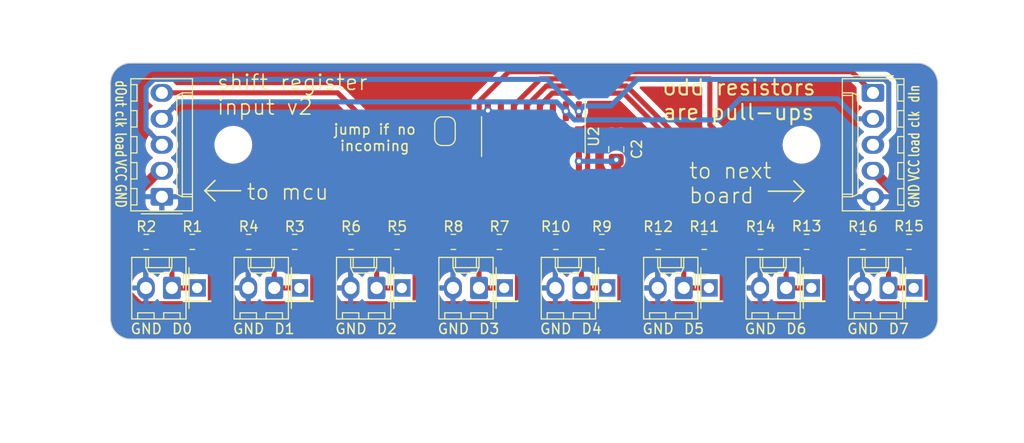
<source format=kicad_pcb>
(kicad_pcb (version 20221018) (generator pcbnew)
  (layers (0 "F.Cu" signal) (31 "B.Cu" signal) (34 "B.Paste" user) (35 "F.Paste" user) (36 "B.SilkS" user "B.Silkscreen") (37 "F.SilkS" user "F.Silkscreen") (38 "B.Mask" user) (39 "F.Mask" user) (44 "Edge.Cuts" user))
  (net 0 "")
  (net 1 "GND")
  (net 2 "VCC")
  (net 3 "D0")
  (net 4 "D1")
  (net 5 "D2")
  (net 6 "D3")
  (net 7 "D4")
  (net 8 "D5")
  (net 9 "D6")
  (net 10 "D7")
  (net 11 "load")
  (net 12 "clock")
  (net 13 "dOut")
  (net 14 "dIn")
  (footprint "Resistor_SMD:R_0805_2012Metric_Pad1.20x1.40mm_HandSolder" (layer "F.Cu") (at 133.189949 97.810051 180)
    (fp_text reference "R6" (at 0 1.5) (layer "F.SilkS"))
    (fp_text value "4.7k" hide)
    (pad "1" smd roundrect (at -1 0 180) (size 1.2 1.4) (layers "F.Cu" "F.Paste" "F.Mask") (roundrect_rratio 0.2083333333) (net 5 "D2"))
    (pad "2" smd roundrect (at 1 0 180) (size 1.2 1.4) (layers "F.Cu" "F.Paste" "F.Mask") (roundrect_rratio 0.2083333333) (net 1 "GND"))
  )
  (footprint "Resistor_SMD:R_0805_2012Metric_Pad1.20x1.40mm_HandSolder" (layer "F.Cu") (at 113.189949 97.810051 180)
    (fp_text reference "R2" (at 0 1.5) (layer "F.SilkS"))
    (fp_text value "4.7k" hide)
    (pad "1" smd roundrect (at -1 0 180) (size 1.2 1.4) (layers "F.Cu" "F.Paste" "F.Mask") (roundrect_rratio 0.2083333333) (net 3 "D0"))
    (pad "2" smd roundrect (at 1 0 180) (size 1.2 1.4) (layers "F.Cu" "F.Paste" "F.Mask") (roundrect_rratio 0.2083333333) (net 1 "GND"))
  )
  (footprint "Connector_Molex:Molex_KK-254_AE-6410-02A_1x02_P2.54mm_Vertical" (layer "F.Cu") (at 155.689949 102.310051 180)
    (fp_text reference "D12" hide)
    (fp_text value "Conn_01x02_Pin" hide)
    (pad "1" thru_hole roundrect (at 0 0 180) (size 1.74 2.19) (drill 1.19) (layers "*.Cu" "*.Mask") (roundrect_rratio 0.1436781609) (net 7 "D4"))
    (pad "2" thru_hole oval (at 2.54 0 180) (size 1.74 2.19) (drill 1.19) (layers "*.Cu" "*.Mask") (net 1 "GND"))
  )
  (footprint "Connector_Molex:Molex_KK-254_AE-6410-05A_1x05_P2.54mm_Vertical" (layer "F.Cu") (at 184.169949 83.230051 -90)
    (fp_text reference "outgoing1" hide)
    (fp_text value "Conn_01x05_Pin" hide)
    (pad "1" thru_hole roundrect (at 0 0 270) (size 1.74 2.19) (drill 1.19) (layers "*.Cu" "*.Mask") (roundrect_rratio 0.1436781609) (net 14 "dIn"))
    (pad "2" thru_hole oval (at 2.54 0 270) (size 1.74 2.19) (drill 1.19) (layers "*.Cu" "*.Mask") (net 12 "clock"))
    (pad "3" thru_hole oval (at 5.08 0 270) (size 1.74 2.19) (drill 1.19) (layers "*.Cu" "*.Mask") (net 11 "load"))
    (pad "4" thru_hole oval (at 7.62 0 270) (size 1.74 2.19) (drill 1.19) (layers "*.Cu" "*.Mask") (net 2 "VCC"))
    (pad "5" thru_hole oval (at 10.16 0 270) (size 1.74 2.19) (drill 1.19) (layers "*.Cu" "*.Mask") (net 1 "GND"))
  )
  (footprint "Connector_Molex:Molex_KK-254_AE-6410-02A_1x02_P2.54mm_Vertical" (layer "F.Cu") (at 135.689949 102.310051 180)
    (fp_text reference "D10" hide)
    (fp_text value "Conn_01x02_Pin" hide)
    (pad "1" thru_hole roundrect (at 0 0 180) (size 1.74 2.19) (drill 1.19) (layers "*.Cu" "*.Mask") (roundrect_rratio 0.1436781609) (net 5 "D2"))
    (pad "2" thru_hole oval (at 2.54 0 180) (size 1.74 2.19) (drill 1.19) (layers "*.Cu" "*.Mask") (net 1 "GND"))
  )
  (footprint "Resistor_SMD:R_0805_2012Metric_Pad1.20x1.40mm_HandSolder" (layer "F.Cu") (at 167.689949 97.810051)
    (fp_text reference "R11" (at 0 -1.5) (layer "F.SilkS"))
    (fp_text value "4.7k" hide)
    (pad "1" smd roundrect (at -1 0) (size 1.2 1.4) (layers "F.Cu" "F.Paste" "F.Mask") (roundrect_rratio 0.2083333333) (net 8 "D5"))
    (pad "2" smd roundrect (at 1 0) (size 1.2 1.4) (layers "F.Cu" "F.Paste" "F.Mask") (roundrect_rratio 0.2083333333) (net 2 "VCC"))
  )
  (footprint "Connector_Molex:Molex_KK-254_AE-6410-02A_1x02_P2.54mm_Vertical" (layer "F.Cu") (at 125.689949 102.310051 180)
    (fp_text reference "D9" hide)
    (fp_text value "Conn_01x02_Pin" hide)
    (pad "1" thru_hole roundrect (at 0 0 180) (size 1.74 2.19) (drill 1.19) (layers "*.Cu" "*.Mask") (roundrect_rratio 0.1436781609) (net 4 "D1"))
    (pad "2" thru_hole oval (at 2.54 0 180) (size 1.74 2.19) (drill 1.19) (layers "*.Cu" "*.Mask") (net 1 "GND"))
  )
  (footprint "Connector_PinHeader_2.54mm:PinHeader_1x01_P2.54mm_Vertical" (layer "F.Cu") (at 138.149949 102.310051)
    (fp_text reference "J3" hide)
    (fp_text value "Conn_01x01_Pin" hide)
    (pad "1" thru_hole rect (at 0 0) (size 1.7 1.7) (drill 1) (layers "*.Cu" "*.Mask") (net 5 "D2"))
  )
  (footprint "Connector_PinHeader_2.54mm:PinHeader_1x01_P2.54mm_Vertical" (layer "F.Cu") (at 128.149949 102.310051)
    (fp_text reference "J2" hide)
    (fp_text value "Conn_01x01_Pin" hide)
    (pad "1" thru_hole rect (at 0 0) (size 1.7 1.7) (drill 1) (layers "*.Cu" "*.Mask") (net 4 "D1"))
  )
  (footprint "Connector_Molex:Molex_KK-254_AE-6410-02A_1x02_P2.54mm_Vertical" (layer "F.Cu") (at 165.689949 102.310051 180)
    (fp_text reference "D13" hide)
    (fp_text value "Conn_01x02_Pin" hide)
    (pad "1" thru_hole roundrect (at 0 0 180) (size 1.74 2.19) (drill 1.19) (layers "*.Cu" "*.Mask") (roundrect_rratio 0.1436781609) (net 8 "D5"))
    (pad "2" thru_hole oval (at 2.54 0 180) (size 1.74 2.19) (drill 1.19) (layers "*.Cu" "*.Mask") (net 1 "GND"))
  )
  (footprint "Connector_Molex:Molex_KK-254_AE-6410-05A_1x05_P2.54mm_Vertical" (layer "F.Cu") (at 114.709949 93.390051 90)
    (fp_text reference "incoming1" hide)
    (fp_text value "Conn_01x05_Pin" hide)
    (pad "1" thru_hole roundrect (at 0 0 90) (size 1.74 2.19) (drill 1.19) (layers "*.Cu" "*.Mask") (roundrect_rratio 0.1436781609) (net 1 "GND"))
    (pad "2" thru_hole oval (at 2.54 0 90) (size 1.74 2.19) (drill 1.19) (layers "*.Cu" "*.Mask") (net 2 "VCC"))
    (pad "3" thru_hole oval (at 5.08 0 90) (size 1.74 2.19) (drill 1.19) (layers "*.Cu" "*.Mask") (net 11 "load"))
    (pad "4" thru_hole oval (at 7.62 0 90) (size 1.74 2.19) (drill 1.19) (layers "*.Cu" "*.Mask") (net 12 "clock"))
    (pad "5" thru_hole oval (at 10.16 0 90) (size 1.74 2.19) (drill 1.19) (layers "*.Cu" "*.Mask") (net 13 "dOut"))
  )
  (footprint "MountingHole:MountingHole_3.2mm_M3" (layer "F.Cu") (at 177.189949 88.310051)
    (fp_text reference "H2" hide)
    (fp_text value "MountingHole" hide)
    (pad "" np_thru_hole circle (at 0 0) (size 3.2 3.2) (drill 3.2) (layers "*.Cu" "*.Mask"))
  )
  (footprint "Connector_PinHeader_2.54mm:PinHeader_1x01_P2.54mm_Vertical" (layer "F.Cu") (at 118.149949 102.310051)
    (fp_text reference "J1" hide)
    (fp_text value "Conn_01x01_Pin" hide)
    (pad "1" thru_hole rect (at 0 0) (size 1.7 1.7) (drill 1) (layers "*.Cu" "*.Mask") (net 3 "D0"))
  )
  (footprint "Jumper:SolderJumper-2_P1.3mm_Open_RoundedPad1.0x1.5mm" (layer "F.Cu") (at 142.367 86.98 -90)
    (fp_text reference "jumpIfNoIncoming2" hide)
    (fp_text value "Conn_01x02_Pin")
    (pad "1" smd custom (at -0.65 0 270) (size 1 0.5) (layers "F.Cu" "F.Mask") (net 1 "GND") (options (clearance outline) (anchor rect)) (primitives (gr_circle (center 0 0.25) (end 0.5 0.25) (width 0) (fill yes)) (gr_circle (center 0 -0.25) (end 0.5 -0.25) (width 0) (fill yes)) (gr_poly (pts (xy 0.5 0.75) (xy 0 0.75) (xy 0 -0.75) (xy 0.5 -0.75)) (width 0) (fill yes))))
    (pad "2" smd custom (at 0.65 0 270) (size 1 0.5) (layers "F.Cu" "F.Mask") (net 14 "dIn") (options (clearance outline) (anchor rect)) (primitives (gr_circle (center 0 0.25) (end 0.5 0.25) (width 0) (fill yes)) (gr_circle (center 0 -0.25) (end 0.5 -0.25) (width 0) (fill yes)) (gr_poly (pts (xy 0 0.75) (xy -0.5 0.75) (xy -0.5 -0.75) (xy 0 -0.75)) (width 0) (fill yes))))
  )
  (footprint "Connector_Molex:Molex_KK-254_AE-6410-02A_1x02_P2.54mm_Vertical" (layer "F.Cu") (at 175.689949 102.310051 180)
    (fp_text reference "D14" hide)
    (fp_text value "Conn_01x02_Pin" hide)
    (pad "1" thru_hole roundrect (at 0 0 180) (size 1.74 2.19) (drill 1.19) (layers "*.Cu" "*.Mask") (roundrect_rratio 0.1436781609) (net 9 "D6"))
    (pad "2" thru_hole oval (at 2.54 0 180) (size 1.74 2.19) (drill 1.19) (layers "*.Cu" "*.Mask") (net 1 "GND"))
  )
  (footprint "Resistor_SMD:R_0805_2012Metric_Pad1.20x1.40mm_HandSolder" (layer "F.Cu") (at 163.189949 97.810051 180)
    (fp_text reference "R12" (at 0 1.5) (layer "F.SilkS"))
    (fp_text value "4.7k" hide)
    (pad "1" smd roundrect (at -1 0 180) (size 1.2 1.4) (layers "F.Cu" "F.Paste" "F.Mask") (roundrect_rratio 0.2083333333) (net 8 "D5"))
    (pad "2" smd roundrect (at 1 0 180) (size 1.2 1.4) (layers "F.Cu" "F.Paste" "F.Mask") (roundrect_rratio 0.2083333333) (net 1 "GND"))
  )
  (footprint "Connector_PinHeader_2.54mm:PinHeader_1x01_P2.54mm_Vertical" (layer "F.Cu") (at 178.149949 102.310051)
    (fp_text reference "J7" hide)
    (fp_text value "Conn_01x01_Pin" hide)
    (pad "1" thru_hole rect (at 0 0) (size 1.7 1.7) (drill 1) (layers "*.Cu" "*.Mask") (net 9 "D6"))
  )
  (footprint "Capacitor_SMD:C_0805_2012Metric_Pad1.18x1.45mm_HandSolder" (layer "F.Cu") (at 159.1 88.7375 90)
    (fp_text reference "C2" (at 0 2 90) (layer "F.SilkS"))
    (fp_text value "0.1uF")
    (pad "1" smd roundrect (at -1.0375 0 90) (size 1.175 1.45) (layers "F.Cu" "F.Paste" "F.Mask") (roundrect_rratio 0.2127659574) (net 2 "VCC"))
    (pad "2" smd roundrect (at 1.0375 0 90) (size 1.175 1.45) (layers "F.Cu" "F.Paste" "F.Mask") (roundrect_rratio 0.2127659574) (net 1 "GND"))
  )
  (footprint "Connector_PinHeader_2.54mm:PinHeader_1x01_P2.54mm_Vertical" (layer "F.Cu") (at 148.149949 102.310051)
    (fp_text reference "J4" hide)
    (fp_text value "Conn_01x01_Pin" hide)
    (pad "1" thru_hole rect (at 0 0) (size 1.7 1.7) (drill 1) (layers "*.Cu" "*.Mask") (net 6 "D3"))
  )
  (footprint "Resistor_SMD:R_0805_2012Metric_Pad1.20x1.40mm_HandSolder" (layer "F.Cu") (at 117.689949 97.810051)
    (fp_text reference "R1" (at 0 -1.5) (layer "F.SilkS"))
    (fp_text value "4.7k" hide)
    (pad "1" smd roundrect (at -1 0) (size 1.2 1.4) (layers "F.Cu" "F.Paste" "F.Mask") (roundrect_rratio 0.2083333333) (net 3 "D0"))
    (pad "2" smd roundrect (at 1 0) (size 1.2 1.4) (layers "F.Cu" "F.Paste" "F.Mask") (roundrect_rratio 0.2083333333) (net 2 "VCC"))
  )
  (footprint "Resistor_SMD:R_0805_2012Metric_Pad1.20x1.40mm_HandSolder" (layer "F.Cu") (at 153.189949 97.810051 180)
    (fp_text reference "R10" (at 0 1.5) (layer "F.SilkS"))
    (fp_text value "4.7k" hide)
    (pad "1" smd roundrect (at -1 0 180) (size 1.2 1.4) (layers "F.Cu" "F.Paste" "F.Mask") (roundrect_rratio 0.2083333333) (net 7 "D4"))
    (pad "2" smd roundrect (at 1 0 180) (size 1.2 1.4) (layers "F.Cu" "F.Paste" "F.Mask") (roundrect_rratio 0.2083333333) (net 1 "GND"))
  )
  (footprint "Connector_PinHeader_2.54mm:PinHeader_1x01_P2.54mm_Vertical" (layer "F.Cu") (at 188.149949 102.310051)
    (fp_text reference "J8" hide)
    (fp_text value "Conn_01x01_Pin" hide)
    (pad "1" thru_hole rect (at 0 0) (size 1.7 1.7) (drill 1) (layers "*.Cu" "*.Mask") (net 10 "D7"))
  )
  (footprint "Connector_PinHeader_2.54mm:PinHeader_1x01_P2.54mm_Vertical" (layer "F.Cu") (at 168.149949 102.310051)
    (fp_text reference "J6" hide)
    (fp_text value "Conn_01x01_Pin" hide)
    (pad "1" thru_hole rect (at 0 0) (size 1.7 1.7) (drill 1) (layers "*.Cu" "*.Mask") (net 8 "D5"))
  )
  (footprint "Resistor_SMD:R_0805_2012Metric_Pad1.20x1.40mm_HandSolder" (layer "F.Cu") (at 127.689949 97.810051)
    (fp_text reference "R3" (at 0 -1.5) (layer "F.SilkS"))
    (fp_text value "4.7k" hide)
    (pad "1" smd roundrect (at -1 0) (size 1.2 1.4) (layers "F.Cu" "F.Paste" "F.Mask") (roundrect_rratio 0.2083333333) (net 4 "D1"))
    (pad "2" smd roundrect (at 1 0) (size 1.2 1.4) (layers "F.Cu" "F.Paste" "F.Mask") (roundrect_rratio 0.2083333333) (net 2 "VCC"))
  )
  (footprint "Connector_Molex:Molex_KK-254_AE-6410-02A_1x02_P2.54mm_Vertical" (layer "F.Cu") (at 115.689949 102.310051 180)
    (fp_text reference "D8" hide)
    (fp_text value "Conn_01x02_Pin" hide)
    (pad "1" thru_hole roundrect (at 0 0 180) (size 1.74 2.19) (drill 1.19) (layers "*.Cu" "*.Mask") (roundrect_rratio 0.1436781609) (net 3 "D0"))
    (pad "2" thru_hole oval (at 2.54 0 180) (size 1.74 2.19) (drill 1.19) (layers "*.Cu" "*.Mask") (net 1 "GND"))
  )
  (footprint "Resistor_SMD:R_0805_2012Metric_Pad1.20x1.40mm_HandSolder" (layer "F.Cu") (at 147.689949 97.810051)
    (fp_text reference "R7" (at 0 -1.5) (layer "F.SilkS"))
    (fp_text value "4.7k" hide)
    (pad "1" smd roundrect (at -1 0) (size 1.2 1.4) (layers "F.Cu" "F.Paste" "F.Mask") (roundrect_rratio 0.2083333333) (net 6 "D3"))
    (pad "2" smd roundrect (at 1 0) (size 1.2 1.4) (layers "F.Cu" "F.Paste" "F.Mask") (roundrect_rratio 0.2083333333) (net 2 "VCC"))
  )
  (footprint "Resistor_SMD:R_0805_2012Metric_Pad1.20x1.40mm_HandSolder" (layer "F.Cu") (at 183.189949 97.810051 180)
    (fp_text reference "R16" (at 0 1.5) (layer "F.SilkS"))
    (fp_text value "4.7k" hide)
    (pad "1" smd roundrect (at -1 0 180) (size 1.2 1.4) (layers "F.Cu" "F.Paste" "F.Mask") (roundrect_rratio 0.2083333333) (net 10 "D7"))
    (pad "2" smd roundrect (at 1 0 180) (size 1.2 1.4) (layers "F.Cu" "F.Paste" "F.Mask") (roundrect_rratio 0.2083333333) (net 1 "GND"))
  )
  (footprint "Package_SO:SOIC-16_3.9x9.9mm_P1.27mm" (layer "F.Cu") (at 151 87.5 -90)
    (fp_text reference "U2" (at 0 -5.9 -90) (layer "F.SilkS"))
    (fp_text value "74HC165")
    (pad "1" smd roundrect (at -2.475 -4.445 270) (size 1.95 0.6) (layers "F.Cu" "F.Paste" "F.Mask") (net 11 "load"))
    (pad "2" smd roundrect (at -2.475 -3.175 270) (size 1.95 0.6) (layers "F.Cu" "F.Paste" "F.Mask") (net 12 "clock"))
    (pad "3" smd roundrect (at -2.475 -1.905 270) (size 1.95 0.6) (layers "F.Cu" "F.Paste" "F.Mask") (net 7 "D4"))
    (pad "4" smd roundrect (at -2.475 -0.635 270) (size 1.95 0.6) (layers "F.Cu" "F.Paste" "F.Mask") (net 8 "D5"))
    (pad "5" smd roundrect (at -2.475 0.635 270) (size 1.95 0.6) (layers "F.Cu" "F.Paste" "F.Mask") (net 9 "D6"))
    (pad "6" smd roundrect (at -2.475 1.905 270) (size 1.95 0.6) (layers "F.Cu" "F.Paste" "F.Mask") (net 10 "D7"))
    (pad "7" smd roundrect (at -2.475 3.175 270) (size 1.95 0.6) (layers "F.Cu" "F.Paste" "F.Mask"))
    (pad "8" smd roundrect (at -2.475 4.445 270) (size 1.95 0.6) (layers "F.Cu" "F.Paste" "F.Mask") (net 1 "GND"))
    (pad "9" smd roundrect (at 2.475 4.445 270) (size 1.95 0.6) (layers "F.Cu" "F.Paste" "F.Mask") (net 13 "dOut"))
    (pad "10" smd roundrect (at 2.475 3.175 270) (size 1.95 0.6) (layers "F.Cu" "F.Paste" "F.Mask") (net 14 "dIn"))
    (pad "11" smd roundrect (at 2.475 1.905 270) (size 1.95 0.6) (layers "F.Cu" "F.Paste" "F.Mask") (net 3 "D0"))
    (pad "12" smd roundrect (at 2.475 0.635 270) (size 1.95 0.6) (layers "F.Cu" "F.Paste" "F.Mask") (net 4 "D1"))
    (pad "13" smd roundrect (at 2.475 -0.635 270) (size 1.95 0.6) (layers "F.Cu" "F.Paste" "F.Mask") (net 5 "D2"))
    (pad "14" smd roundrect (at 2.475 -1.905 270) (size 1.95 0.6) (layers "F.Cu" "F.Paste" "F.Mask") (net 6 "D3"))
    (pad "15" smd roundrect (at 2.475 -3.175 270) (size 1.95 0.6) (layers "F.Cu" "F.Paste" "F.Mask") (net 1 "GND"))
    (pad "16" smd roundrect (at 2.475 -4.445 270) (size 1.95 0.6) (layers "F.Cu" "F.Paste" "F.Mask") (net 2 "VCC"))
  )
  (footprint "Resistor_SMD:R_0805_2012Metric_Pad1.20x1.40mm_HandSolder" (layer "F.Cu") (at 123.189949 97.810051 180)
    (fp_text reference "R4" (at 0 1.5) (layer "F.SilkS"))
    (fp_text value "4.7k" hide)
    (pad "1" smd roundrect (at -1 0 180) (size 1.2 1.4) (layers "F.Cu" "F.Paste" "F.Mask") (roundrect_rratio 0.2083333333) (net 4 "D1"))
    (pad "2" smd roundrect (at 1 0 180) (size 1.2 1.4) (layers "F.Cu" "F.Paste" "F.Mask") (roundrect_rratio 0.2083333333) (net 1 "GND"))
  )
  (footprint "Resistor_SMD:R_0805_2012Metric_Pad1.20x1.40mm_HandSolder" (layer "F.Cu") (at 137.689949 97.810051)
    (fp_text reference "R5" (at 0 -1.5) (layer "F.SilkS"))
    (fp_text value "4.7k" hide)
    (pad "1" smd roundrect (at -1 0) (size 1.2 1.4) (layers "F.Cu" "F.Paste" "F.Mask") (roundrect_rratio 0.2083333333) (net 5 "D2"))
    (pad "2" smd roundrect (at 1 0) (size 1.2 1.4) (layers "F.Cu" "F.Paste" "F.Mask") (roundrect_rratio 0.2083333333) (net 2 "VCC"))
  )
  (footprint "Resistor_SMD:R_0805_2012Metric_Pad1.20x1.40mm_HandSolder" (layer "F.Cu") (at 173.189949 97.810051 180)
    (fp_text reference "R14" (at 0 1.5) (layer "F.SilkS"))
    (fp_text value "4.7k" hide)
    (pad "1" smd roundrect (at -1 0 180) (size 1.2 1.4) (layers "F.Cu" "F.Paste" "F.Mask") (roundrect_rratio 0.2083333333) (net 9 "D6"))
    (pad "2" smd roundrect (at 1 0 180) (size 1.2 1.4) (layers "F.Cu" "F.Paste" "F.Mask") (roundrect_rratio 0.2083333333) (net 1 "GND"))
  )
  (footprint "Connector_Molex:Molex_KK-254_AE-6410-02A_1x02_P2.54mm_Vertical" (layer "F.Cu") (at 185.689949 102.310051 180)
    (fp_text reference "D15" hide)
    (fp_text value "Conn_01x02_Pin" hide)
    (pad "1" thru_hole roundrect (at 0 0 180) (size 1.74 2.19) (drill 1.19) (layers "*.Cu" "*.Mask") (roundrect_rratio 0.1436781609) (net 10 "D7"))
    (pad "2" thru_hole oval (at 2.54 0 180) (size 1.74 2.19) (drill 1.19) (layers "*.Cu" "*.Mask") (net 1 "GND"))
  )
  (footprint "Resistor_SMD:R_0805_2012Metric_Pad1.20x1.40mm_HandSolder" (layer "F.Cu") (at 157.689949 97.810051)
    (fp_text reference "R9" (at 0 -1.5) (layer "F.SilkS"))
    (fp_text value "4.7k")
    (pad "1" smd roundrect (at -1 0) (size 1.2 1.4) (layers "F.Cu" "F.Paste" "F.Mask") (roundrect_rratio 0.2083333333) (net 7 "D4"))
    (pad "2" smd roundrect (at 1 0) (size 1.2 1.4) (layers "F.Cu" "F.Paste" "F.Mask") (roundrect_rratio 0.2083333333) (net 2 "VCC"))
  )
  (footprint "Resistor_SMD:R_0805_2012Metric_Pad1.20x1.40mm_HandSolder" (layer "F.Cu") (at 143.189949 97.810051 180)
    (fp_text reference "R8" (at 0 1.5) (layer "F.SilkS"))
    (fp_text value "4.7k" hide)
    (pad "1" smd roundrect (at -1 0 180) (size 1.2 1.4) (layers "F.Cu" "F.Paste" "F.Mask") (roundrect_rratio 0.2083333333) (net 6 "D3"))
    (pad "2" smd roundrect (at 1 0 180) (size 1.2 1.4) (layers "F.Cu" "F.Paste" "F.Mask") (roundrect_rratio 0.2083333333) (net 1 "GND"))
  )
  (footprint "Resistor_SMD:R_0805_2012Metric_Pad1.20x1.40mm_HandSolder" (layer "F.Cu") (at 177.689949 97.810051)
    (fp_text reference "R13" (at 0 -1.55) (layer "F.SilkS"))
    (fp_text value "4.7k" hide)
    (pad "1" smd roundrect (at -1 0) (size 1.2 1.4) (layers "F.Cu" "F.Paste" "F.Mask") (roundrect_rratio 0.2083333333) (net 9 "D6"))
    (pad "2" smd roundrect (at 1 0) (size 1.2 1.4) (layers "F.Cu" "F.Paste" "F.Mask") (roundrect_rratio 0.2083333333) (net 2 "VCC"))
  )
  (footprint "Connector_Molex:Molex_KK-254_AE-6410-02A_1x02_P2.54mm_Vertical" (layer "F.Cu") (at 145.689949 102.310051 180)
    (fp_text reference "D11" hide)
    (fp_text value "Conn_01x02_Pin" hide)
    (pad "1" thru_hole roundrect (at 0 0 180) (size 1.74 2.19) (drill 1.19) (layers "*.Cu" "*.Mask") (roundrect_rratio 0.1436781609) (net 6 "D3"))
    (pad "2" thru_hole oval (at 2.54 0 180) (size 1.74 2.19) (drill 1.19) (layers "*.Cu" "*.Mask") (net 1 "GND"))
  )
  (footprint "Resistor_SMD:R_0805_2012Metric_Pad1.20x1.40mm_HandSolder" (layer "F.Cu") (at 187.689949 97.810051)
    (fp_text reference "R15" (at 0 -1.55) (layer "F.SilkS"))
    (fp_text value "4.7k" hide)
    (pad "1" smd roundrect (at -1 0) (size 1.2 1.4) (layers "F.Cu" "F.Paste" "F.Mask") (roundrect_rratio 0.2083333333) (net 10 "D7"))
    (pad "2" smd roundrect (at 1 0) (size 1.2 1.4) (layers "F.Cu" "F.Paste" "F.Mask") (roundrect_rratio 0.2083333333) (net 2 "VCC"))
  )
  (footprint "MountingHole:MountingHole_3.2mm_M3" (layer "F.Cu") (at 121.689949 88.310051)
    (fp_text reference "H1" hide)
    (fp_text value "MountingHole" hide)
    (pad "" np_thru_hole circle (at 0 0) (size 3.2 3.2) (drill 3.2) (layers "*.Cu" "*.Mask"))
  )
  (footprint "Connector_PinHeader_2.54mm:PinHeader_1x01_P2.54mm_Vertical" (layer "F.Cu") (at 158.149949 102.310051)
    (fp_text reference "J5" hide)
    (fp_text value "Conn_01x01_Pin" hide)
    (pad "1" thru_hole rect (at 0 0) (size 1.7 1.7) (drill 1) (layers "*.Cu" "*.Mask") (net 7 "D4"))
  )
  (gr_line (start 118.9 92.8) (end 119.9 93.8) (stroke (width 0.15)) (layer "F.SilkS"))
  (gr_line (start 177.45 92.85) (end 176.45 91.85) (stroke (width 0.15)) (layer "F.SilkS"))
  (gr_line (start 173.95 92.85) (end 177.45 92.85) (stroke (width 0.15)) (layer "F.SilkS"))
  (gr_line (start 177.45 92.85) (end 176.45 93.85) (stroke (width 0.15)) (layer "F.SilkS"))
  (gr_line (start 122.4 92.8) (end 118.9 92.8) (stroke (width 0.15)) (layer "F.SilkS"))
  (gr_line (start 118.9 92.8) (end 119.9 91.8) (stroke (width 0.15)) (layer "F.SilkS"))
  (gr_arc (start 190.5 105.310051) (mid 189.914214 106.724265) (end 188.5 107.310051) (stroke (width 0.1)) (layer "Edge.Cuts"))
  (gr_arc (start 111.689949 107.31005) (mid 110.275736 106.724264) (end 109.68995 105.310051) (stroke (width 0.1)) (layer "Edge.Cuts"))
  (gr_line (start 111.689949 107.31005) (end 188.5 107.310051) (stroke (width 0.1)) (layer "Edge.Cuts"))
  (gr_arc (start 188.5 80.310051) (mid 189.914214 80.895837) (end 190.5 82.310051) (stroke (width 0.1)) (layer "Edge.Cuts"))
  (gr_arc (start 109.689949 82.310051) (mid 110.275735 80.895837) (end 111.689949 80.310051) (stroke (width 0.1)) (layer "Edge.Cuts"))
  (gr_line (start 188.5 80.310051) (end 111.689949 80.310051) (stroke (width 0.1)) (layer "Edge.Cuts"))
  (gr_line (start 109.689949 82.310051) (end 109.689949 105.310051) (stroke (width 0.1)) (layer "Edge.Cuts"))
  (gr_line (start 190.5 105.310051) (end 190.5 82.310051) (stroke (width 0.1)) (layer "Edge.Cuts"))
  (gr_text "dOut" (at 110.689949 83.310051 270) (layer "F.SilkS") (effects (font (size 1 0.75))))
  (gr_text "dIn" (at 188.189949 83.310051 90) (layer "F.SilkS") (effects (font (size 1 0.75))))
  (gr_text "GND" (at 173.189949 106.310051) (layer "F.SilkS") (effects (font (size 1 1))))
  (gr_text "GND" (at 123.189949 106.310051) (layer "F.SilkS") (effects (font (size 1 1))))
  (gr_text "clk" (at 188.189949 85.810051 90) (layer "F.SilkS") (effects (font (size 1 0.75))))
  (gr_text "GND" (at 188.189949 93.310051 90) (layer "F.SilkS") (effects (font (size 1 0.75))))
  (gr_text "D7" (at 186.689949 106.310051) (layer "F.SilkS") (effects (font (size 1 1))))
  (gr_text "to mcu" (at 122.9 93.8) (layer "F.SilkS") (effects (font (size 1.5 1.5)) (justify left bottom)))
  (gr_text "D2" (at 136.689949 106.310051) (layer "F.SilkS") (effects (font (size 1 1))))
  (gr_text "D6" (at 176.689949 106.310051) (layer "F.SilkS") (effects (font (size 1 1))))
  (gr_text "D3" (at 146.689949 106.310051) (layer "F.SilkS") (effects (font (size 1 1))))
  (gr_text "to next\nboard" (at 166.1 94.15) (layer "F.SilkS") (effects (font (size 1.5 1.5)) (justify left bottom)))
  (gr_text "GND" (at 110.689949 93.310051 270) (layer "F.SilkS") (effects (font (size 1 0.75))))
  (gr_text "VCC" (at 188.189949 90.810051 90) (layer "F.SilkS") (effects (font (size 1 0.75))))
  (gr_text "VCC" (at 110.689949 90.810051 270) (layer "F.SilkS") (effects (font (size 1 0.75))))
  (gr_text "D0" (at 116.689949 106.310051) (layer "F.SilkS") (effects (font (size 1 1))))
  (gr_text "D1" (at 126.689949 106.310051) (layer "F.SilkS") (effects (font (size 1 1))))
  (gr_text "GND" (at 143.189949 106.310051) (layer "F.SilkS") (effects (font (size 1 1))))
  (gr_text "GND" (at 153.189949 106.310051) (layer "F.SilkS") (effects (font (size 1 1))))
  (gr_text "odd resistors\nare pull-ups" (at 163.5 86) (layer "F.SilkS") (effects (font (size 1.5 1.5) (thickness 0.2)) (justify left bottom)))
  (gr_text "GND" (at 163.189949 106.310051) (layer "F.SilkS") (effects (font (size 1 1))))
  (gr_text "GND" (at 113.189949 106.310051) (layer "F.SilkS") (effects (font (size 1 1))))
  (gr_text "D4" (at 156.689949 106.310051) (layer "F.SilkS") (effects (font (size 1 1))))
  (gr_text "load" (at 188.189949 88.310051 90) (layer "F.SilkS") (effects (font (size 1 0.75))))
  (gr_text "GND" (at 183.189949 106.310051) (layer "F.SilkS") (effects (font (size 1 1))))
  (gr_text "clk" (at 110.689949 85.810051 270) (layer "F.SilkS") (effects (font (size 1 0.75))))
  (gr_text "GND" (at 133.189949 106.310051) (layer "F.SilkS") (effects (font (size 1 1))))
  (gr_text "D5" (at 166.689949 106.310051) (layer "F.SilkS") (effects (font (size 1 1))))
  (gr_text "shift register\ninput v2" (at 120 85.5) (layer "F.SilkS") (effects (font (size 1.5 1.5)) (justify left bottom)))
  (gr_text "jump if no\nincoming" (at 135.5 89) (layer "F.SilkS") (effects (font (size 1 1)) (justify bottom)))
  (gr_text "load" (at 110.689949 88.310051 270) (layer "F.SilkS") (effects (font (size 1 0.75))))
  (segment (start 113.149949 98.770051) (end 112.189949 97.810051) (width 0.5) (layer "F.Cu") (net 1))
  (segment (start 113.149949 102.310051) (end 113.149949 98.770051) (width 0.5) (layer "F.Cu") (net 1))
  (via (at 146.558 84.963) (size 0.8) (drill 0.4) (layers "F.Cu" "B.Cu") (net 1))
  (segment (start 148.689949 97.810051) (end 149.699949 98.820051) (width 1) (layer "F.Cu") (net 2))
  (segment (start 189.699949 103.860051) (end 189.454949 104.105051) (width 1) (layer "F.Cu") (net 2))
  (segment (start 139.699949 98.820051) (end 139.699949 104.095051) (width 1) (layer "F.Cu") (net 2))
  (segment (start 119.699949 98.820051) (end 119.699949 104.095051) (width 1) (layer "F.Cu") (net 2))
  (segment (start 179.689949 104.105051) (end 169.689949 104.105051) (width 1) (layer "F.Cu") (net 2))
  (segment (start 179.699949 98.820051) (end 179.699949 104.095051) (width 1) (layer "F.Cu") (net 2))
  (segment (start 169.699949 104.095051) (end 169.689949 104.105051) (width 1) (layer "F.Cu") (net 2))
  (segment (start 159.1 89.775) (end 159.1 94.9375) (width 1) (layer "F.Cu") (net 2))
  (segment (start 189.699949 96.380051) (end 189.699949 97.810051) (width 1) (layer "F.Cu") (net 2))
  (segment (start 129.699949 104.095051) (end 129.689949 104.105051) (width 1) (layer "F.Cu") (net 2))
  (segment (start 129.689949 104.105051) (end 119.689949 104.105051) (width 1) (layer "F.Cu") (net 2))
  (segment (start 112.499634 104.105051) (end 110.689949 102.295366) (width 1) (layer "F.Cu") (net 2))
  (segment (start 169.699949 98.820051) (end 169.699949 104.095051) (width 1) (layer "F.Cu") (net 2))
  (segment (start 188.689949 97.810051) (end 189.699949 97.810051) (width 1) (layer "F.Cu") (net 2))
  (segment (start 189.699949 97.810051) (end 189.699949 103.860051) (width 1) (layer "F.Cu") (net 2))
  (segment (start 158.689949 95.347551) (end 158.689949 97.810051) (width 1) (layer "F.Cu") (net 2))
  (segment (start 184.169949 90.850051) (end 189.699949 96.380051) (width 1) (layer "F.Cu") (net 2))
  (segment (start 110.689949 94.601548) (end 114.441446 90.850051) (width 1) (layer "F.Cu") (net 2))
  (segment (start 159.699949 98.820051) (end 159.699949 104.095051) (width 1) (layer "F.Cu") (net 2))
  (segment (start 114.441446 90.850051) (end 114.709949 90.850051) (width 1) (layer "F.Cu") (net 2))
  (segment (start 129.699949 98.820051) (end 129.699949 104.095051) (width 1) (layer "F.Cu") (net 2))
  (segment (start 158.689949 97.810051) (end 159.699949 98.820051) (width 1) (layer "F.Cu") (net 2))
  (segment (start 159.699949 104.095051) (end 159.689949 104.105051) (width 1) (layer "F.Cu") (net 2))
  (segment (start 139.689949 104.105051) (end 129.689949 104.105051) (width 1) (layer "F.Cu") (net 2))
  (segment (start 189.454949 104.105051) (end 179.689949 104.105051) (width 1) (layer "F.Cu") (net 2))
  (segment (start 159.689949 104.105051) (end 149.689949 104.105051) (width 1) (layer "F.Cu") (net 2))
  (segment (start 138.689949 97.810051) (end 139.699949 98.820051) (width 1) (layer "F.Cu") (net 2))
  (segment (start 149.689949 104.105051) (end 139.689949 104.105051) (width 1) (layer "F.Cu") (net 2))
  (segment (start 139.699949 104.095051) (end 139.689949 104.105051) (width 1) (layer "F.Cu") (net 2))
  (segment (start 178.689949 97.810051) (end 179.699949 98.820051) (width 1) (layer "F.Cu") (net 2))
  (segment (start 118.689949 97.810051) (end 119.699949 98.820051) (width 1) (layer "F.Cu") (net 2))
  (segment (start 179.699949 104.095051) (end 179.689949 104.105051) (width 1) (layer "F.Cu") (net 2))
  (segment (start 149.699949 104.095051) (end 149.689949 104.105051) (width 1) (layer "F.Cu") (net 2))
  (segment (start 169.689949 104.105051) (end 159.689949 104.105051) (width 1) (layer "F.Cu") (net 2))
  (segment (start 119.699949 104.095051) (end 119.689949 104.105051) (width 1) (layer "F.Cu") (net 2))
  (segment (start 119.689949 104.105051) (end 112.499634 104.105051) (width 1) (layer "F.Cu") (net 2))
  (segment (start 159.1 94.9375) (end 158.689949 95.347551) (width 1) (layer "F.Cu") (net 2))
  (segment (start 149.699949 98.820051) (end 149.699949 104.095051) (width 1) (layer "F.Cu") (net 2))
  (segment (start 128.689949 97.810051) (end 129.699949 98.820051) (width 1) (layer "F.Cu") (net 2))
  (segment (start 168.689949 97.810051) (end 169.699949 98.820051) (width 1) (layer "F.Cu") (net 2))
  (segment (start 110.689949 102.295366) (end 110.689949 94.601548) (width 1) (layer "F.Cu") (net 2))
  (via (at 155.448 89.916) (size 0.8) (drill 0.4) (layers "F.Cu" "B.Cu") (net 2))
  (via (at 159.1 89.775) (size 0.8) (drill 0.4) (layers "F.Cu" "B.Cu") (net 2))
  (segment (start 155.448 89.916) (end 158.959 89.916) (width 0.5) (layer "B.Cu") (net 2))
  (segment (start 158.959 89.916) (end 159.1 89.775) (width 0.5) (layer "B.Cu") (net 2))
  (segment (start 149.095 90.528528) (end 149.095 89.975) (width 0.5) (layer "F.Cu") (net 3))
  (segment (start 145.323528 94.3) (end 149.095 90.528528) (width 0.5) (layer "F.Cu") (net 3))
  (segment (start 116.689949 97.810051) (end 120.2 94.3) (width 0.5) (layer "F.Cu") (net 3))
  (segment (start 114.189949 97.810051) (end 116.689949 97.810051) (width 0.5) (layer "F.Cu") (net 3))
  (segment (start 115.689949 98.810051) (end 116.689949 97.810051) (width 0.5) (layer "F.Cu") (net 3))
  (segment (start 115.689949 102.310051) (end 118.149949 102.310051) (width 0.5) (layer "F.Cu") (net 3))
  (segment (start 120.2 94.3) (end 145.323528 94.3) (width 0.5) (layer "F.Cu") (net 3))
  (segment (start 115.689949 102.310051) (end 115.689949 98.810051) (width 0.5) (layer "F.Cu") (net 3))
  (segment (start 125.689949 102.310051) (end 125.689949 98.810051) (width 0.5) (layer "F.Cu") (net 4))
  (segment (start 128.149949 102.310051) (end 125.689949 102.310051) (width 0.5) (layer "F.Cu") (net 4))
  (segment (start 125.689949 98.810051) (end 126.689949 97.810051) (width 0.5) (layer "F.Cu") (net 4))
  (segment (start 126.689949 97.810051) (end 129.5 95) (width 0.5) (layer "F.Cu") (net 4))
  (segment (start 124.189949 97.810051) (end 126.689949 97.810051) (width 0.5) (layer "F.Cu") (net 4))
  (segment (start 129.5 95) (end 145.893528 95) (width 0.5) (layer "F.Cu") (net 4))
  (segment (start 150.365 90.528528) (end 150.365 89.975) (width 0.5) (layer "F.Cu") (net 4))
  (segment (start 145.893528 95) (end 150.365 90.528528) (width 0.5) (layer "F.Cu") (net 4))
  (segment (start 151.635 91.44) (end 151.635 89.975) (width 0.5) (layer "F.Cu") (net 5))
  (segment (start 135.689949 102.310051) (end 135.689949 98.810051) (width 0.5) (layer "F.Cu") (net 5))
  (segment (start 136.689949 97.810051) (end 134.189949 97.810051) (width 0.5) (layer "F.Cu") (net 5))
  (segment (start 135.689949 98.810051) (end 136.689949 97.810051) (width 0.5) (layer "F.Cu") (net 5))
  (segment (start 147.375 95.7) (end 151.635 91.44) (width 0.5) (layer "F.Cu") (net 5))
  (segment (start 136.689949 97.810051) (end 138.8 95.7) (width 0.5) (layer "F.Cu") (net 5))
  (segment (start 138.149949 102.310051) (end 135.689949 102.310051) (width 0.5) (layer "F.Cu") (net 5))
  (segment (start 138.8 95.7) (end 147.375 95.7) (width 0.5) (layer "F.Cu") (net 5))
  (segment (start 152.905 91.595) (end 152.905 89.975) (width 0.5) (layer "F.Cu") (net 6))
  (segment (start 146.689949 97.810051) (end 144.189949 97.810051) (width 0.5) (layer "F.Cu") (net 6))
  (segment (start 148.149949 102.310051) (end 145.689949 102.310051) (width 0.5) (layer "F.Cu") (net 6))
  (segment (start 146.689949 97.810051) (end 152.905 91.595) (width 0.5) (layer "F.Cu") (net 6))
  (segment (start 145.689949 98.810051) (end 146.689949 97.810051) (width 0.5) (layer "F.Cu") (net 6))
  (segment (start 145.689949 102.310051) (end 145.689949 98.810051) (width 0.5) (layer "F.Cu") (net 6))
  (segment (start 156.689949 97.810051) (end 154.189949 97.810051) (width 0.5) (layer "F.Cu") (net 7))
  (segment (start 155.689949 102.310051) (end 155.689949 98.810051) (width 0.5) (layer "F.Cu") (net 7))
  (segment (start 156.298 88.971528) (end 152.905 85.578528) (width 0.5) (layer "F.Cu") (net 7))
  (segment (start 155.689949 98.810051) (end 156.689949 97.810051) (width 0.5) (layer "F.Cu") (net 7))
  (segment (start 156.298 95.702) (end 156.298 88.971528) (width 0.5) (layer "F.Cu") (net 7))
  (segment (start 152.905 85.611472) (end 152.905 85.025) (width 0.5) (layer "F.Cu") (net 7))
  (segment (start 152.905 85.578528) (end 152.905 85.025) (width 0.5) (layer "F.Cu") (net 7))
  (segment (start 158.149949 102.310051) (end 155.689949 102.310051) (width 0.5) (layer "F.Cu") (net 7))
  (segment (start 154.189949 97.810051) (end 156.298 95.702) (width 0.5) (layer "F.Cu") (net 7))
  (segment (start 159.814949 83.260051) (end 152.846421 83.260051) (width 0.5) (layer "F.Cu") (net 8))
  (segment (start 166.689949 97.810051) (end 164.189949 97.810051) (width 0.5) (layer "F.Cu") (net 8))
  (segment (start 151.635 84.471472) (end 151.635 85.025) (width 0.5) (layer "F.Cu") (net 8))
  (segment (start 152.846421 83.260051) (end 151.635 84.471472) (width 0.5) (layer "F.Cu") (net 8))
  (segment (start 165.689949 102.310051) (end 165.689949 98.810051) (width 0.5) (layer "F.Cu") (net 8))
  (segment (start 165.689949 98.810051) (end 166.689949 97.810051) (width 0.5) (layer "F.Cu") (net 8))
  (segment (start 168.149949 102.310051) (end 165.689949 102.310051) (width 0.5) (layer "F.Cu") (net 8))
  (segment (start 164.189949 97.810051) (end 164.189949 87.635051) (width 0.5) (layer "F.Cu") (net 8))
  (segment (start 164.189949 87.635051) (end 159.814949 83.260051) (width 0.5) (layer "F.Cu") (net 8))
  (segment (start 174.189949 97.810051) (end 174.189949 96.645101) (width 0.5) (layer "F.Cu") (net 9))
  (segment (start 160.104898 82.560051) (end 152.276421 82.560051) (width 0.5) (layer "F.Cu") (net 9))
  (segment (start 174.189949 96.645101) (end 160.104898 82.560051) (width 0.5) (layer "F.Cu") (net 9))
  (segment (start 152.276421 82.560051) (end 150.365 84.471472) (width 0.5) (layer "F.Cu") (net 9))
  (segment (start 176.689949 97.810051) (end 174.189949 97.810051) (width 0.5) (layer "F.Cu") (net 9))
  (segment (start 175.689949 102.310051) (end 175.689949 98.810051) (width 0.5) (layer "F.Cu") (net 9))
  (segment (start 150.365 84.471472) (end 150.365 85.025) (width 0.5) (layer "F.Cu") (net 9))
  (segment (start 175.689949 98.810051) (end 176.689949 97.810051) (width 0.5) (layer "F.Cu") (net 9))
  (segment (start 178.149949 102.310051) (end 175.689949 102.310051) (width 0.5) (layer "F.Cu") (net 9))
  (segment (start 176.689949 94.810051) (end 181.189949 94.810051) (width 0.5) (layer "F.Cu") (net 10))
  (segment (start 168.239949 86.360051) (end 176.689949 94.810051) (width 0.5) (layer "F.Cu") (net 10))
  (segment (start 168.239949 81.860051) (end 168.239949 86.360051) (width 0.5) (layer "F.Cu") (net 10))
  (segment (start 181.189949 94.810051) (end 184.189949 97.810051) (width 0.5) (layer "F.Cu") (net 10))
  (segment (start 151.706421 81.860051) (end 149.095 84.471472) (width 0.5) (layer "F.Cu") (net 10))
  (segment (start 185.689949 102.310051) (end 185.689949 98.810051) (width 0.5) (layer "F.Cu") (net 10))
  (segment (start 168.239949 81.860051) (end 151.706421 81.860051) (width 0.5) (layer "F.Cu") (net 10))
  (segment (start 188.149949 102.310051) (end 185.689949 102.310051) (width 0.5) (layer "F.Cu") (net 10))
  (segment (start 149.095 84.471472) (end 149.095 85.025) (width 0.5) (layer "F.Cu") (net 10))
  (segment (start 186.689949 97.810051) (end 184.189949 97.810051) (width 0.5) (layer "F.Cu") (net 10))
  (segment (start 185.689949 98.810051) (end 186.689949 97.810051) (width 0.5) (layer "F.Cu") (net 10))
  (via (at 155.445 85.025) (size 0.8) (drill 0.4) (layers "F.Cu" "B.Cu") (net 11))
  (segment (start 113.938187 81.910051) (end 152.330051 81.910051) (width 0.5) (layer "B.Cu") (net 11))
  (segment (start 185.714949 82.320102) (end 185.304898 81.910051) (width 0.5) (layer "B.Cu") (net 11))
  (segment (start 161.164949 81.910051) (end 158.564949 84.510051) (width 0.5) (layer "B.Cu") (net 11))
  (segment (start 185.714949 86.765051) (end 185.714949 82.320102) (width 0.5) (layer "B.Cu") (net 11))
  (segment (start 113.164949 86.765051) (end 113.164949 82.683289) (width 0.5) (layer "B.Cu") (net 11))
  (segment (start 155.959949 84.510051) (end 155.445 85.025) (width 0.5) (layer "B.Cu") (net 11))
  (segment (start 158.564949 84.510051) (end 155.959949 84.510051) (width 0.5) (layer "B.Cu") (net 11))
  (segment (start 152.330051 81.910051) (end 155.445 85.025) (width 0.5) (layer "B.Cu") (net 11))
  (segment (start 185.304898 81.910051) (end 161.164949 81.910051) (width 0.5) (layer "B.Cu") (net 11))
  (segment (start 114.709949 88.310051) (end 113.164949 86.765051) (width 0.5) (layer "B.Cu") (net 11))
  (segment (start 113.164949 82.683289) (end 113.938187 81.910051) (width 0.5) (layer "B.Cu") (net 11))
  (segment (start 184.169949 88.310051) (end 185.714949 86.765051) (width 0.5) (layer "B.Cu") (net 11))
  (via (at 154.175 85.025) (size 0.8) (drill 0.4) (layers "F.Cu" "B.Cu") (net 12))
  (segment (start 171.189949 83.810051) (end 169.125 85.875) (width 0.5) (layer "B.Cu") (net 12))
  (segment (start 116.367 84.113) (end 153.263 84.113) (width 0.5) (layer "B.Cu") (net 12))
  (segment (start 180.689949 83.810051) (end 171.189949 83.810051) (width 0.5) (layer "B.Cu") (net 12))
  (segment (start 153.263 84.113) (end 154.175 85.025) (width 0.5) (layer "B.Cu") (net 12))
  (segment (start 155.025 85.875) (end 154.175 85.025) (width 0.5) (layer "B.Cu") (net 12))
  (segment (start 169.125 85.875) (end 155.025 85.875) (width 0.5) (layer "B.Cu") (net 12))
  (segment (start 114.709949 85.770051) (end 116.367 84.113) (width 0.5) (layer "B.Cu") (net 12))
  (segment (start 182.649949 85.770051) (end 180.689949 83.810051) (width 0.5) (layer "B.Cu") (net 12))
  (segment (start 184.169949 85.770051) (end 182.649949 85.770051) (width 0.5) (layer "B.Cu") (net 12))
  (segment (start 131.884949 83.230051) (end 138.629898 89.975) (width 0.5) (layer "F.Cu") (net 13))
  (segment (start 114.709949 83.230051) (end 131.884949 83.230051) (width 0.5) (layer "F.Cu") (net 13))
  (segment (start 138.629898 89.975) (end 146.555 89.975) (width 0.5) (layer "F.Cu") (net 13))
  (segment (start 145.708 87.208) (end 145.708 84.048472) (width 0.5) (layer "F.Cu") (net 14))
  (segment (start 145.708 84.048472) (end 148.596421 81.160051) (width 0.5) (layer "F.Cu") (net 14))
  (segment (start 182.099949 81.160051) (end 184.169949 83.230051) (width 0.5) (layer "F.Cu") (net 14))
  (segment (start 145.286 87.63) (end 145.708 87.208) (width 0.5) (layer "F.Cu") (net 14))
  (segment (start 148.596421 81.160051) (end 182.099949 81.160051) (width 0.5) (layer "F.Cu") (net 14))
  (segment (start 147.825 89.975) (end 147.825 89.325) (width 0.5) (layer "F.Cu") (net 14))
  (segment (start 142.367 87.63) (end 145.286 87.63) (width 0.5) (layer "F.Cu") (net 14))
  (segment (start 147.825 89.325) (end 145.708 87.208) (width 0.5) (layer "F.Cu") (net 14))
  (zone (net 1) (net_name "GND") (layers "F&B.Cu") (connect_pads (clearance 0.5)) (min_thickness 0.25) (fill yes (thermal_gap 0.5) (thermal_bridge_width 0.5))
    (polygon (pts (xy 196.95 76.2) (xy 98.9 74.15) (xy 100.45 116.15) (xy 198.95 117.5) (xy 197 76.2)))
  )
)
</source>
